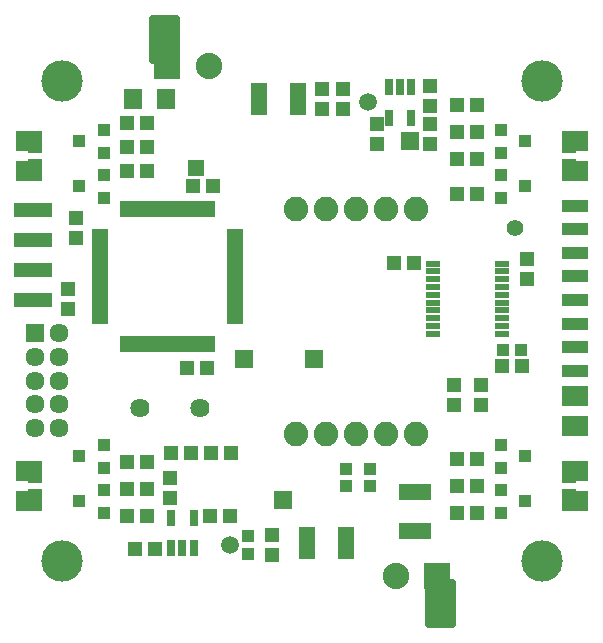
<source format=gts>
G75*
G70*
%OFA0B0*%
%FSLAX24Y24*%
%IPPOS*%
%LPD*%
%AMOC8*
5,1,8,0,0,1.08239X$1,22.5*
%
%ADD10R,0.0552X0.0198*%
%ADD11R,0.0198X0.0552*%
%ADD12R,0.0552X0.1064*%
%ADD13R,0.0434X0.0395*%
%ADD14R,0.0474X0.0513*%
%ADD15R,0.0867X0.0671*%
%ADD16R,0.0513X0.0474*%
%ADD17C,0.1380*%
%ADD18R,0.0880X0.0880*%
%ADD19C,0.0880*%
%ADD20R,0.0635X0.0635*%
%ADD21C,0.0635*%
%ADD22R,0.1261X0.0474*%
%ADD23C,0.0256*%
%ADD24C,0.0640*%
%ADD25R,0.0395X0.0395*%
%ADD26R,0.1064X0.0552*%
%ADD27R,0.0631X0.0710*%
%ADD28C,0.0820*%
%ADD29R,0.0297X0.0552*%
%ADD30R,0.0474X0.0237*%
%ADD31R,0.0907X0.0415*%
%ADD32R,0.0634X0.0634*%
%ADD33R,0.0556X0.0556*%
%ADD34R,0.0595X0.0595*%
%ADD35C,0.0595*%
%ADD36C,0.0556*%
D10*
X004872Y011882D03*
X004872Y012079D03*
X004872Y012276D03*
X004872Y012473D03*
X004872Y012669D03*
X004872Y012866D03*
X004872Y013063D03*
X004872Y013260D03*
X004872Y013457D03*
X004872Y013654D03*
X004872Y013851D03*
X004872Y014047D03*
X004872Y014244D03*
X004872Y014441D03*
X004872Y014638D03*
X004872Y014835D03*
X009361Y014835D03*
X009361Y014638D03*
X009361Y014441D03*
X009361Y014244D03*
X009361Y014047D03*
X009361Y013851D03*
X009361Y013654D03*
X009361Y013457D03*
X009361Y013260D03*
X009361Y013063D03*
X009361Y012866D03*
X009361Y012669D03*
X009361Y012473D03*
X009361Y012276D03*
X009361Y012079D03*
X009361Y011882D03*
D11*
X008593Y011114D03*
X008396Y011114D03*
X008199Y011114D03*
X008002Y011114D03*
X007806Y011114D03*
X007609Y011114D03*
X007412Y011114D03*
X007215Y011114D03*
X007018Y011114D03*
X006821Y011114D03*
X006624Y011114D03*
X006428Y011114D03*
X006231Y011114D03*
X006034Y011114D03*
X005837Y011114D03*
X005640Y011114D03*
X005640Y015603D03*
X005837Y015603D03*
X006034Y015603D03*
X006231Y015603D03*
X006428Y015603D03*
X006624Y015603D03*
X006821Y015603D03*
X007018Y015603D03*
X007215Y015603D03*
X007412Y015603D03*
X007609Y015603D03*
X007806Y015603D03*
X008002Y015603D03*
X008199Y015603D03*
X008396Y015603D03*
X008593Y015603D03*
D12*
X010167Y019258D03*
X011466Y019258D03*
X011767Y004458D03*
X013066Y004458D03*
D13*
X018223Y005484D03*
X018223Y006232D03*
X018223Y006984D03*
X018223Y007732D03*
X019050Y007358D03*
X019050Y005858D03*
X018223Y015984D03*
X018223Y016732D03*
X018223Y017484D03*
X018223Y018232D03*
X019050Y017858D03*
X019050Y016358D03*
X005010Y015984D03*
X005010Y016732D03*
X005010Y017484D03*
X005010Y018232D03*
X004183Y017858D03*
X004183Y016358D03*
X005010Y007732D03*
X005010Y006984D03*
X005010Y006232D03*
X005010Y005484D03*
X004183Y005858D03*
X004183Y007358D03*
D14*
X002717Y006693D03*
X002717Y006024D03*
X007217Y005974D03*
X007217Y006643D03*
X010617Y004743D03*
X010617Y004074D03*
X016667Y009074D03*
X016667Y009743D03*
X017567Y009743D03*
X017567Y009074D03*
X020517Y006693D03*
X020517Y006024D03*
X019117Y013274D03*
X019117Y013943D03*
X020517Y017024D03*
X020517Y017693D03*
X015867Y017774D03*
X015867Y018443D03*
X015867Y019024D03*
X015867Y019693D03*
X014117Y018443D03*
X014117Y017774D03*
X012967Y018924D03*
X012967Y019593D03*
X012267Y019593D03*
X012267Y018924D03*
X004067Y015293D03*
X004067Y014624D03*
X003817Y012943D03*
X003817Y012274D03*
X002717Y017024D03*
X002717Y017693D03*
D15*
X002517Y017858D03*
X002517Y016858D03*
X002517Y006858D03*
X002517Y005858D03*
X020717Y005858D03*
X020717Y006858D03*
X020717Y008358D03*
X020717Y009358D03*
X020717Y016858D03*
X020717Y017858D03*
D16*
X017451Y018158D03*
X016782Y018158D03*
X016782Y017258D03*
X017451Y017258D03*
X017451Y016108D03*
X016782Y016108D03*
X015351Y013808D03*
X014682Y013808D03*
X018282Y010358D03*
X018951Y010358D03*
X017451Y007258D03*
X016782Y007258D03*
X016782Y006358D03*
X017451Y006358D03*
X017451Y005458D03*
X016782Y005458D03*
X009201Y005358D03*
X008532Y005358D03*
X008582Y007458D03*
X009251Y007458D03*
X007901Y007458D03*
X007232Y007458D03*
X006451Y007158D03*
X005782Y007158D03*
X005782Y006258D03*
X006451Y006258D03*
X006451Y005358D03*
X005782Y005358D03*
X006032Y004258D03*
X006701Y004258D03*
X007782Y010308D03*
X008451Y010308D03*
X008651Y016358D03*
X007982Y016358D03*
X006451Y016858D03*
X005782Y016858D03*
X005782Y017658D03*
X006451Y017658D03*
X006451Y018458D03*
X005782Y018458D03*
X016782Y019058D03*
X017451Y019058D03*
D17*
X003617Y003858D03*
X003617Y019858D03*
X019617Y019858D03*
X019617Y003858D03*
D18*
X016117Y003358D03*
X007117Y020358D03*
D19*
X008494Y020358D03*
X014739Y003358D03*
D20*
X002717Y011458D03*
D21*
X002717Y010671D03*
X003504Y010671D03*
X003504Y011458D03*
X003504Y009884D03*
X003504Y009096D03*
X003504Y008309D03*
X002717Y008309D03*
X002717Y009096D03*
X002717Y009884D03*
D22*
X002648Y012558D03*
X002648Y013558D03*
X002648Y014558D03*
X002648Y015558D03*
D23*
X007401Y020579D02*
X007401Y021937D01*
X007401Y020579D02*
X006633Y020579D01*
X006633Y021937D01*
X007401Y021937D01*
X007401Y020834D02*
X006633Y020834D01*
X006633Y021089D02*
X007401Y021089D01*
X007401Y021344D02*
X006633Y021344D01*
X006633Y021599D02*
X007401Y021599D01*
X007401Y021854D02*
X006633Y021854D01*
X015833Y003137D02*
X015833Y001779D01*
X015833Y003137D02*
X016601Y003137D01*
X016601Y001779D01*
X015833Y001779D01*
X015833Y002034D02*
X016601Y002034D01*
X016601Y002289D02*
X015833Y002289D01*
X015833Y002544D02*
X016601Y002544D01*
X016601Y002799D02*
X015833Y002799D01*
X015833Y003054D02*
X016601Y003054D01*
D24*
X008217Y008958D03*
X006217Y008958D03*
D25*
X009817Y004704D03*
X009817Y004113D03*
X013067Y006363D03*
X013067Y006954D03*
X013867Y006954D03*
X013867Y006363D03*
X018321Y010908D03*
X018912Y010908D03*
D26*
X015367Y006158D03*
X015367Y004859D03*
D27*
X007068Y019258D03*
X005965Y019258D03*
D28*
X011417Y015608D03*
X012417Y015608D03*
X013417Y015608D03*
X014417Y015608D03*
X015417Y015608D03*
X015417Y008108D03*
X014417Y008108D03*
X013417Y008108D03*
X012417Y008108D03*
X011417Y008108D03*
D29*
X007991Y005320D03*
X007243Y005320D03*
X007243Y004297D03*
X007617Y004297D03*
X007991Y004297D03*
X014493Y018647D03*
X015241Y018647D03*
X015241Y019670D03*
X014867Y019670D03*
X014493Y019670D03*
D30*
X015973Y013788D03*
X015973Y013528D03*
X015970Y013268D03*
X015973Y013008D03*
X015973Y012748D03*
X015973Y012488D03*
X015973Y012228D03*
X015973Y011968D03*
X015973Y011708D03*
X015973Y011448D03*
X018273Y011448D03*
X018273Y011708D03*
X018273Y011968D03*
X018273Y012228D03*
X018273Y012488D03*
X018273Y012748D03*
X018273Y013008D03*
X018275Y013268D03*
X018273Y013528D03*
X018273Y013788D03*
D31*
X020717Y014145D03*
X020717Y013358D03*
X020717Y012571D03*
X020717Y011783D03*
X020717Y010996D03*
X020717Y010208D03*
X020717Y014933D03*
X020717Y015720D03*
D32*
X015217Y017858D03*
X012017Y010608D03*
X010967Y005908D03*
D33*
X008067Y016958D03*
D34*
X009667Y010608D03*
D35*
X009217Y004408D03*
X013817Y019158D03*
D36*
X018717Y014958D03*
M02*

</source>
